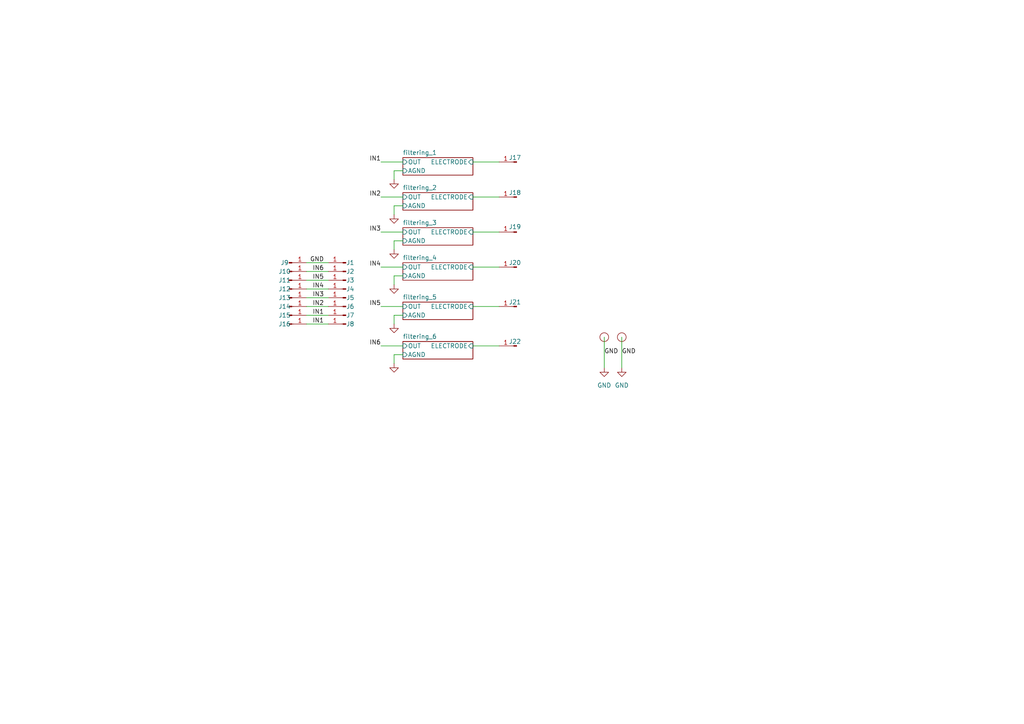
<source format=kicad_sch>
(kicad_sch (version 20231120) (generator "eeschema") (generator_version "8.0")
  (paper "A4")
  (title_block (title "Dry Electrodes") (date "2024-03-30") (rev "v2.0") (company "Aightech"))
  (lib_symbols
    (symbol "00_custom:smd_insert" (pin_numbers hide) (pin_names (offset 0) hide)
      (symbol "smd_insert_0_1"
        (circle (center 0 0) (radius 1.27))
      )
      (symbol "smd_insert_1_1"
        (pin power_in line (at 0 0 180) (length 0) (name "conn") (number "1"))
      )
    )
    (symbol "Connector:Conn_01x01_Pin" (pin_names (offset 1.016) hide)
      (property "Reference" "J" (at 0 2.54 0))
      (property "Value" "Conn_01x01_Pin" (at 0 -2.54 0))
      (symbol "Conn_01x01_Pin_1_1"
        (polyline (pts (xy 1.27 0) (xy 0.8636 0)) (stroke (width 0.1524)))
        (rectangle (start 0.8636 0.127) (end 0 -0.127) (stroke (width 0.1524)) (fill (type outline)))
        (pin passive line (at 5.08 0 180) (length 3.81) (name "Pin_1") (number "1"))
      )
    )
    (symbol "power:GND" (power) (pin_names (offset 0))
      (property "Value" "GND" (at 0 -3.81 0))
      (symbol "GND_0_1"
        (polyline (pts (xy 0 0) (xy 0 -1.27) (xy 1.27 -1.27) (xy 0 -2.54) (xy -1.27 -1.27) (xy 0 -1.27)))
      )
      (symbol "GND_1_1"
        (pin power_in line (at 0 0 270) (length 0) hide (name "GND") (number "1"))
      )
    )
  )
  (wire (pts (xy 144.78 67.31) (xy 137.16 67.31)))
  (wire (pts (xy 110.49 67.31) (xy 116.84 67.31)))
  (wire (pts (xy 114.3 80.01) (xy 116.84 80.01)))
  (wire (pts (xy 114.3 82.55) (xy 114.3 80.01)))
  (wire (pts (xy 114.3 93.98) (xy 114.3 91.44)))
  (wire (pts (xy 114.3 52.07) (xy 114.3 49.53)))
  (wire (pts (xy 144.78 100.33) (xy 137.16 100.33)))
  (wire (pts (xy 114.3 59.69) (xy 116.84 59.69)))
  (wire (pts (xy 88.9 93.98) (xy 95.25 93.98)))
  (wire (pts (xy 88.9 86.36) (xy 95.25 86.36)))
  (wire (pts (xy 180.34 97.79) (xy 180.34 106.68)))
  (wire (pts (xy 114.3 62.23) (xy 114.3 59.69)))
  (wire (pts (xy 114.3 102.87) (xy 116.84 102.87)))
  (wire (pts (xy 88.9 76.2) (xy 95.25 76.2)))
  (wire (pts (xy 144.78 57.15) (xy 137.16 57.15)))
  (wire (pts (xy 88.9 81.28) (xy 95.25 81.28)))
  (wire (pts (xy 110.49 57.15) (xy 116.84 57.15)))
  (wire (pts (xy 88.9 83.82) (xy 95.25 83.82)))
  (wire (pts (xy 144.78 46.99) (xy 137.16 46.99)))
  (wire (pts (xy 114.3 69.85) (xy 116.84 69.85)))
  (wire (pts (xy 175.26 97.79) (xy 175.26 106.68)))
  (wire (pts (xy 110.49 77.47) (xy 116.84 77.47)))
  (wire (pts (xy 88.9 78.74) (xy 95.25 78.74)))
  (wire (pts (xy 88.9 91.44) (xy 95.25 91.44)))
  (wire (pts (xy 114.3 105.41) (xy 114.3 102.87)))
  (wire (pts (xy 88.9 88.9) (xy 95.25 88.9)))
  (wire (pts (xy 110.49 88.9) (xy 116.84 88.9)))
  (wire (pts (xy 114.3 72.39) (xy 114.3 69.85)))
  (wire (pts (xy 144.78 88.9) (xy 137.16 88.9)))
  (wire (pts (xy 144.78 77.47) (xy 137.16 77.47)))
  (wire (pts (xy 110.49 100.33) (xy 116.84 100.33)))
  (wire (pts (xy 114.3 91.44) (xy 116.84 91.44)))
  (wire (pts (xy 110.49 46.99) (xy 116.84 46.99)))
  (wire (pts (xy 114.3 49.53) (xy 116.84 49.53)))
  (label "IN5" (at 93.98 81.28 180))
  (label "IN2" (at 110.49 57.15 180))
  (label "IN6" (at 110.49 100.33 180))
  (label "IN5" (at 110.49 88.9 180))
  (label "IN4" (at 93.98 83.82 180))
  (label "IN4" (at 110.49 77.47 180))
  (label "IN3" (at 93.98 86.36 180))
  (label "IN2" (at 93.98 88.9 180))
  (label "GND" (at 180.34 102.87 0))
  (label "IN1" (at 110.49 46.99 180))
  (label "GND" (at 175.26 102.87 0))
  (label "IN1" (at 93.98 93.98 180))
  (label "IN3" (at 110.49 67.31 180))
  (label "IN6" (at 93.98 78.74 180))
  (label "IN1" (at 93.98 91.44 180))
  (label "GND" (at 93.98 76.2 180))
  (symbol (lib_id "power:GND") (at 114.3 52.07 0) (unit 1)
    (property "Reference" "#PWR05" (effects (hide yes)))
    (property "Value" "GND" (effects (hide yes)))
  )
  (symbol (lib_id "Connector:Conn_01x01_Pin") (at 100.33 78.74 0) (mirror y) (unit 1)
    (property "Reference" "J2" (at 101.6 78.74 0))
    (property "Value" "Conn_01x01_Pin" (effects (hide yes)))
    (property "Footprint" "00_custom-footprints:SolderWirePad_1x01_SMD_1x2mm" (effects (hide yes)))
  )
  (symbol (lib_id "power:GND") (at 114.3 105.41 0) (unit 1)
    (property "Reference" "#PWR010" (effects (hide yes)))
    (property "Value" "GND" (effects (hide yes)))
  )
  (symbol (lib_id "Connector:Conn_01x01_Pin") (at 83.82 81.28 0) (unit 1)
    (property "Reference" "J11" (at 82.55 81.28 0))
    (property "Value" "Conn_01x01_Pin" (effects (hide yes)))
    (property "Footprint" "00_custom-footprints:SolderWirePad_1x01_SMD_1x2mm" (effects (hide yes)))
  )
  (symbol (lib_id "Connector:Conn_01x01_Pin") (at 149.86 77.47 0) (mirror y) (unit 1)
    (property "Reference" "J20" (at 149.352 76.2 0))
    (property "Value" "Conn_01x01_Pin" (effects (hide yes)))
    (property "Footprint" "00_custom-footprints:Pin_D1.2mm_pogo" (effects (hide yes)))
    (property "Description" "Generic connector, single row, 01x01, script generated" (effects (hide yes)))
  )
  (symbol (lib_id "Connector:Conn_01x01_Pin") (at 149.86 46.99 0) (mirror y) (unit 1)
    (property "Reference" "J17" (at 149.352 45.72 0))
    (property "Value" "Conn_01x01_Pin" (effects (hide yes)))
    (property "Footprint" "00_custom-footprints:Pin_D1.2mm_pogo" (effects (hide yes)))
    (property "Description" "Generic connector, single row, 01x01, script generated" (effects (hide yes)))
  )
  (symbol (lib_id "Connector:Conn_01x01_Pin") (at 100.33 81.28 0) (mirror y) (unit 1)
    (property "Reference" "J3" (at 101.6 81.28 0))
    (property "Value" "Conn_01x01_Pin" (effects (hide yes)))
    (property "Footprint" "00_custom-footprints:SolderWirePad_1x01_SMD_1x2mm" (effects (hide yes)))
  )
  (symbol (lib_id "Connector:Conn_01x01_Pin") (at 83.82 86.36 0) (unit 1)
    (property "Reference" "J13" (at 82.55 86.36 0))
    (property "Value" "Conn_01x01_Pin" (effects (hide yes)))
    (property "Footprint" "00_custom-footprints:SolderWirePad_1x01_SMD_1x2mm" (effects (hide yes)))
  )
  (symbol (lib_id "power:GND") (at 114.3 72.39 0) (unit 1)
    (property "Reference" "#PWR07" (effects (hide yes)))
    (property "Value" "GND" (effects (hide yes)))
  )
  (symbol (lib_id "Connector:Conn_01x01_Pin") (at 149.86 100.33 0) (mirror y) (unit 1)
    (property "Reference" "J22" (at 149.352 99.06 0))
    (property "Value" "Conn_01x01_Pin" (effects (hide yes)))
    (property "Footprint" "00_custom-footprints:Pin_D1.2mm_pogo" (effects (hide yes)))
    (property "Description" "Generic connector, single row, 01x01, script generated" (effects (hide yes)))
  )
  (symbol (lib_id "Connector:Conn_01x01_Pin") (at 149.86 57.15 0) (mirror y) (unit 1)
    (property "Reference" "J18" (at 149.352 55.88 0))
    (property "Value" "Conn_01x01_Pin" (effects (hide yes)))
    (property "Footprint" "00_custom-footprints:Pin_D1.2mm_pogo" (effects (hide yes)))
    (property "Description" "Generic connector, single row, 01x01, script generated" (effects (hide yes)))
  )
  (symbol (lib_id "power:GND") (at 180.34 106.68 0) (unit 1)
    (property "Reference" "#PWR04" (effects (hide yes)))
    (property "Value" "GND" (at 180.34 111.76 0))
  )
  (symbol (lib_id "power:GND") (at 114.3 62.23 0) (unit 1)
    (property "Reference" "#PWR06" (effects (hide yes)))
    (property "Value" "GND" (effects (hide yes)))
  )
  (symbol (lib_id "Connector:Conn_01x01_Pin") (at 100.33 83.82 0) (mirror y) (unit 1)
    (property "Reference" "J4" (at 101.6 83.82 0))
    (property "Value" "Conn_01x01_Pin" (effects (hide yes)))
    (property "Footprint" "00_custom-footprints:SolderWirePad_1x01_SMD_1x2mm" (effects (hide yes)))
  )
  (symbol (lib_id "00_custom:smd_insert") (at 175.26 97.79 0) (unit 1)
    (property "Reference" "I3" (effects (hide yes)))
    (property "Value" "smd_insert" (effects (hide yes)))
    (property "Footprint" "00_custom-footprints:insert_1.2mm" (effects (hide yes)))
  )
  (symbol (lib_id "Connector:Conn_01x01_Pin") (at 149.86 67.31 0) (mirror y) (unit 1)
    (property "Reference" "J19" (at 149.352 65.786 0))
    (property "Value" "Conn_01x01_Pin" (effects (hide yes)))
    (property "Footprint" "00_custom-footprints:Pin_D1.2mm_pogo" (effects (hide yes)))
    (property "Description" "Generic connector, single row, 01x01, script generated" (effects (hide yes)))
  )
  (symbol (lib_id "00_custom:smd_insert") (at 180.34 97.79 0) (unit 1)
    (property "Reference" "I4" (effects (hide yes)))
    (property "Value" "smd_insert" (effects (hide yes)))
    (property "Footprint" "00_custom-footprints:insert_1.2mm" (effects (hide yes)))
  )
  (symbol (lib_id "Connector:Conn_01x01_Pin") (at 100.33 76.2 0) (mirror y) (unit 1)
    (property "Reference" "J1" (at 101.6 76.2 0))
    (property "Value" "Conn_01x01_Pin" (effects (hide yes)))
    (property "Footprint" "00_custom-footprints:SolderWirePad_1x01_SMD_1x2mm" (effects (hide yes)))
  )
  (symbol (lib_id "power:GND") (at 114.3 82.55 0) (unit 1)
    (property "Reference" "#PWR08" (effects (hide yes)))
    (property "Value" "GND" (effects (hide yes)))
  )
  (symbol (lib_id "Connector:Conn_01x01_Pin") (at 83.82 83.82 0) (unit 1)
    (property "Reference" "J12" (at 82.55 83.82 0))
    (property "Value" "Conn_01x01_Pin" (effects (hide yes)))
    (property "Footprint" "00_custom-footprints:SolderWirePad_1x01_SMD_1x2mm" (effects (hide yes)))
  )
  (symbol (lib_id "Connector:Conn_01x01_Pin") (at 83.82 91.44 0) (unit 1)
    (property "Reference" "J15" (at 82.55 91.44 0))
    (property "Value" "Conn_01x01_Pin" (effects (hide yes)))
    (property "Footprint" "00_custom-footprints:SolderWirePad_1x01_SMD_1x2mm" (effects (hide yes)))
  )
  (symbol (lib_id "Connector:Conn_01x01_Pin") (at 100.33 86.36 0) (mirror y) (unit 1)
    (property "Reference" "J5" (at 101.6 86.36 0))
    (property "Value" "Conn_01x01_Pin" (effects (hide yes)))
    (property "Footprint" "00_custom-footprints:SolderWirePad_1x01_SMD_1x2mm" (effects (hide yes)))
  )
  (symbol (lib_id "Connector:Conn_01x01_Pin") (at 83.82 93.98 0) (unit 1)
    (property "Reference" "J16" (at 82.55 93.98 0))
    (property "Value" "Conn_01x01_Pin" (effects (hide yes)))
    (property "Footprint" "00_custom-footprints:SolderWirePad_1x01_SMD_1x2mm" (effects (hide yes)))
  )
  (symbol (lib_id "Connector:Conn_01x01_Pin") (at 100.33 93.98 0) (mirror y) (unit 1)
    (property "Reference" "J8" (at 101.6 93.98 0))
    (property "Value" "Conn_01x01_Pin" (effects (hide yes)))
    (property "Footprint" "00_custom-footprints:SolderWirePad_1x01_SMD_1x2mm" (effects (hide yes)))
  )
  (symbol (lib_id "Connector:Conn_01x01_Pin") (at 100.33 91.44 0) (mirror y) (unit 1)
    (property "Reference" "J7" (at 101.6 91.44 0))
    (property "Value" "Conn_01x01_Pin" (effects (hide yes)))
    (property "Footprint" "00_custom-footprints:SolderWirePad_1x01_SMD_1x2mm" (effects (hide yes)))
  )
  (symbol (lib_id "Connector:Conn_01x01_Pin") (at 83.82 76.2 0) (unit 1)
    (property "Reference" "J9" (at 82.55 76.2 0))
    (property "Value" "Conn_01x01_Pin" (effects (hide yes)))
    (property "Footprint" "00_custom-footprints:SolderWirePad_1x01_SMD_1x2mm" (effects (hide yes)))
  )
  (symbol (lib_id "power:GND") (at 114.3 93.98 0) (unit 1)
    (property "Reference" "#PWR09" (effects (hide yes)))
    (property "Value" "GND" (effects (hide yes)))
  )
  (symbol (lib_id "Connector:Conn_01x01_Pin") (at 100.33 88.9 0) (mirror y) (unit 1)
    (property "Reference" "J6" (at 101.6 88.9 0))
    (property "Value" "Conn_01x01_Pin" (effects (hide yes)))
    (property "Footprint" "00_custom-footprints:SolderWirePad_1x01_SMD_1x2mm" (effects (hide yes)))
  )
  (symbol (lib_id "Connector:Conn_01x01_Pin") (at 83.82 88.9 0) (unit 1)
    (property "Reference" "J14" (at 82.55 88.9 0))
    (property "Value" "Conn_01x01_Pin" (effects (hide yes)))
    (property "Footprint" "00_custom-footprints:SolderWirePad_1x01_SMD_1x2mm" (effects (hide yes)))
  )
  (symbol (lib_id "Connector:Conn_01x01_Pin") (at 83.82 78.74 0) (unit 1)
    (property "Reference" "J10" (at 82.55 78.74 0))
    (property "Value" "Conn_01x01_Pin" (effects (hide yes)))
    (property "Footprint" "00_custom-footprints:SolderWirePad_1x01_SMD_1x2mm" (effects (hide yes)))
  )
  (symbol (lib_id "power:GND") (at 175.26 106.68 0) (unit 1)
    (property "Reference" "#PWR03" (effects (hide yes)))
    (property "Value" "GND" (at 175.26 111.76 0))
  )
  (symbol (lib_id "Connector:Conn_01x01_Pin") (at 149.86 88.9 0) (mirror y) (unit 1)
    (property "Reference" "J21" (at 149.352 87.63 0))
    (property "Value" "Conn_01x01_Pin" (effects (hide yes)))
    (property "Footprint" "00_custom-footprints:Pin_D1.2mm_pogo" (effects (hide yes)))
    (property "Description" "Generic connector, single row, 01x01, script generated" (effects (hide yes)))
  )
  (sheet (at 116.84 55.88) (size 20.32 5.08) (stroke (width 0.1524))
    (property "Sheetname" "filtering_2" (at 116.84 55.1684 0) (effects (justify left bottom)))
    (property "Sheetfile" "filtering.kicad_sch" (effects (hide yes)))
    (pin "ELECTRODE" input (at 137.16 57.15 0))
    (pin "OUT" input (at 116.84 57.15 180))
    (pin "AGND" input (at 116.84 59.69 180))
  )
  (sheet (at 116.84 66.04) (size 20.32 5.08) (stroke (width 0.1524))
    (property "Sheetname" "filtering_3" (at 116.84 65.3284 0) (effects (justify left bottom)))
    (property "Sheetfile" "filtering.kicad_sch" (effects (hide yes)))
    (pin "ELECTRODE" input (at 137.16 67.31 0))
    (pin "OUT" input (at 116.84 67.31 180))
    (pin "AGND" input (at 116.84 69.85 180))
  )
  (sheet (at 116.84 76.2) (size 20.32 5.08) (stroke (width 0.1524))
    (property "Sheetname" "filtering_4" (at 116.84 75.4884 0) (effects (justify left bottom)))
    (property "Sheetfile" "filtering.kicad_sch" (effects (hide yes)))
    (pin "ELECTRODE" input (at 137.16 77.47 0))
    (pin "OUT" input (at 116.84 77.47 180))
    (pin "AGND" input (at 116.84 80.01 180))
  )
  (sheet (at 116.84 45.72) (size 20.32 5.08) (stroke (width 0.1524))
    (property "Sheetname" "filtering_1" (at 116.84 45.0084 0) (effects (justify left bottom)))
    (property "Sheetfile" "filtering.kicad_sch" (effects (hide yes)))
    (pin "ELECTRODE" input (at 137.16 46.99 0))
    (pin "OUT" input (at 116.84 46.99 180))
    (pin "AGND" input (at 116.84 49.53 180))
  )
  (sheet (at 116.84 99.06) (size 20.32 5.08) (stroke (width 0.1524))
    (property "Sheetname" "filtering_6" (at 116.84 98.3484 0) (effects (justify left bottom)))
    (property "Sheetfile" "filtering.kicad_sch" (effects (hide yes)))
    (pin "ELECTRODE" input (at 137.16 100.33 0))
    (pin "OUT" input (at 116.84 100.33 180))
    (pin "AGND" input (at 116.84 102.87 180))
  )
  (sheet (at 116.84 87.63) (size 20.32 5.08) (stroke (width 0.1524))
    (property "Sheetname" "filtering_5" (at 116.84 86.9184 0) (effects (justify left bottom)))
    (property "Sheetfile" "filtering.kicad_sch" (effects (hide yes)))
    (pin "ELECTRODE" input (at 137.16 88.9 0))
    (pin "OUT" input (at 116.84 88.9 180))
    (pin "AGND" input (at 116.84 91.44 180))
  )
)
</source>
